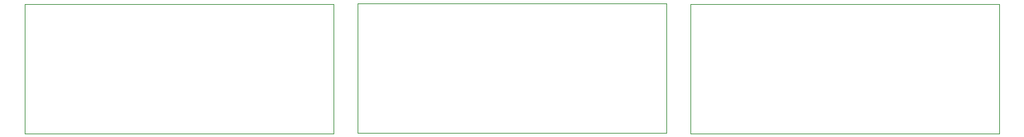
<source format=gbr>
%TF.GenerationSoftware,KiCad,Pcbnew,9.0.0*%
%TF.CreationDate,2025-04-01T15:42:49+03:00*%
%TF.ProjectId,fan_555s,66616e5f-3535-4357-932e-6b696361645f,rev?*%
%TF.SameCoordinates,Original*%
%TF.FileFunction,Profile,NP*%
%FSLAX46Y46*%
G04 Gerber Fmt 4.6, Leading zero omitted, Abs format (unit mm)*
G04 Created by KiCad (PCBNEW 9.0.0) date 2025-04-01 15:42:49*
%MOMM*%
%LPD*%
G01*
G04 APERTURE LIST*
%TA.AperFunction,Profile*%
%ADD10C,0.050000*%
%TD*%
G04 APERTURE END LIST*
D10*
X124000000Y-41000000D02*
X162000000Y-41000000D01*
X162000000Y-57000000D01*
X124000000Y-57000000D01*
X124000000Y-41000000D01*
X83000000Y-40905000D02*
X121000000Y-40905000D01*
X121000000Y-56905000D01*
X83000000Y-56905000D01*
X83000000Y-40905000D01*
X42000000Y-41000000D02*
X80000000Y-41000000D01*
X80000000Y-57000000D01*
X42000000Y-57000000D01*
X42000000Y-41000000D01*
M02*

</source>
